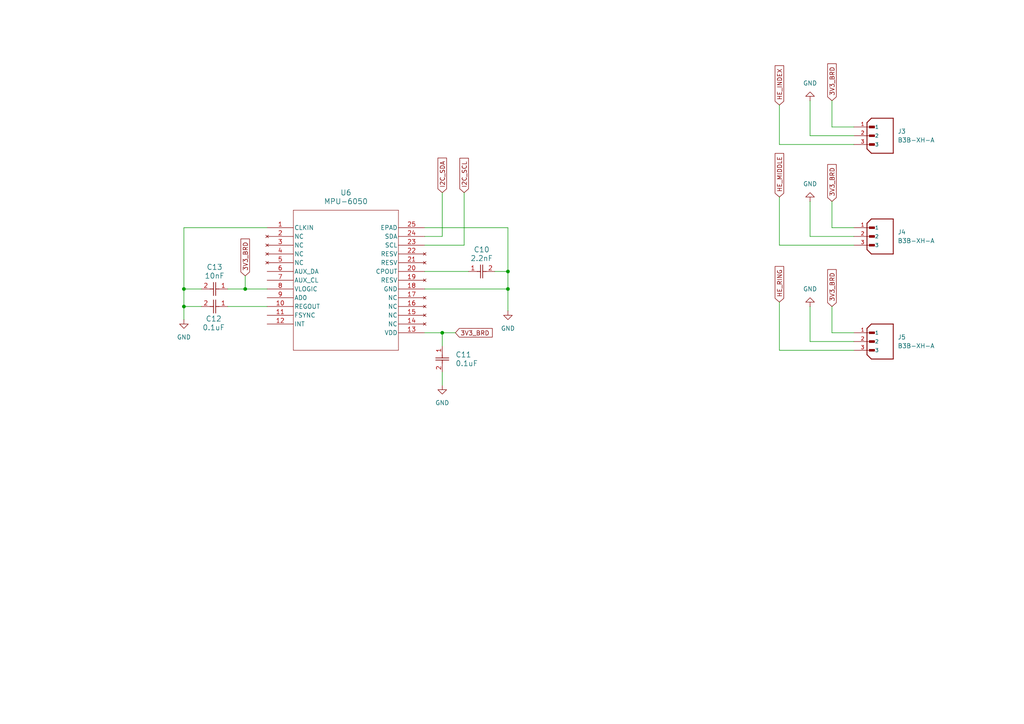
<source format=kicad_sch>
(kicad_sch (version 20231120) (generator "eeschema") (generator_version "8.0")
  (paper "A4")
  (lib_symbols
    (symbol "Symbol_Library:0402Cap" (pin_names (offset 0.254))
      (property "Reference" "C" (at 3.81 3.81 0))
      (property "Value" "GRM155R71C104KA88J" (at 3.81 -3.81 0))
      (symbol "0402Cap_1_1"
        (polyline (pts (xy 2.54 0) (xy 3.4798 0)) (stroke (width 0.2032)))
        (polyline (pts (xy 3.4798 -1.905) (xy 3.4798 1.905)) (stroke (width 0.2032)))
        (polyline (pts (xy 4.1148 -1.905) (xy 4.1148 1.905)) (stroke (width 0.2032)))
        (polyline (pts (xy 4.1148 0) (xy 5.08 0)) (stroke (width 0.2032)))
        (pin unspecified line (at 0 0 0) (length 2.54) (name "") (number "1"))
        (pin unspecified line (at 7.62 0 180) (length 2.54) (name "") (number "2"))
      )
      (symbol "0402Cap_1_2"
        (polyline (pts (xy -1.905 -4.1148) (xy 1.905 -4.1148)) (stroke (width 0.2032)))
        (polyline (pts (xy -1.905 -3.4798) (xy 1.905 -3.4798)) (stroke (width 0.2032)))
        (polyline (pts (xy 0 -4.1148) (xy 0 -5.08)) (stroke (width 0.2032)))
        (polyline (pts (xy 0 -2.54) (xy 0 -3.4798)) (stroke (width 0.2032)))
        (pin unspecified line (at 0 0 270) (length 2.54) (name "") (number "1"))
        (pin unspecified line (at 0 -7.62 90) (length 2.54) (name "") (number "2"))
      )
    )
    (symbol "Symbol_Library:B3B-XH-A" (pin_names (offset 1.016))
      (property "Reference" "J" (at -2.54 6.35 0))
      (property "Value" "B3B-XH-A" (at -2.54 -7.62 0))
      (symbol "B3B-XH-A_0_0"
        (rectangle (start -3.175 -2.8575) (end -1.5875 -2.2225) (stroke (width 0.1)) (fill (type outline)))
        (rectangle (start -3.175 -0.3175) (end -1.5875 0.3175) (stroke (width 0.1)) (fill (type outline)))
        (rectangle (start -3.175 2.2225) (end -1.5875 2.8575) (stroke (width 0.1)) (fill (type outline)))
        (polyline (pts (xy -3.81 -3.81) (xy -2.54 -5.08)) (stroke (width 0.254)))
        (polyline (pts (xy -3.81 3.81) (xy -3.81 -3.81)) (stroke (width 0.254)))
        (polyline (pts (xy -3.81 3.81) (xy -2.54 5.08)) (stroke (width 0.254)))
        (polyline (pts (xy -2.54 -5.08) (xy 3.81 -5.08)) (stroke (width 0.254)))
        (polyline (pts (xy 3.81 -5.08) (xy 3.81 5.08)) (stroke (width 0.254)))
        (polyline (pts (xy 3.81 5.08) (xy -2.54 5.08)) (stroke (width 0.254)))
        (pin passive line (at -7.62 2.54 0) (length 5.08) (name "1") (number "1"))
        (pin passive line (at -7.62 0 0) (length 5.08) (name "2") (number "2"))
        (pin passive line (at -7.62 -2.54 0) (length 5.08) (name "3") (number "3"))
      )
    )
    (symbol "Symbol_Library:MPU-6050" (pin_names (offset 0.254))
      (property "Reference" "U" (at 22.86 10.16 0))
      (property "Value" "MPU-6050" (at 22.86 7.62 0))
      (symbol "MPU-6050_0_1"
        (polyline (pts (xy 7.62 -35.56) (xy 38.1 -35.56)) (stroke (width 0.127)))
        (polyline (pts (xy 7.62 5.08) (xy 7.62 -35.56)) (stroke (width 0.127)))
        (polyline (pts (xy 38.1 -35.56) (xy 38.1 5.08)) (stroke (width 0.127)))
        (polyline (pts (xy 38.1 5.08) (xy 7.62 5.08)) (stroke (width 0.127)))
        (pin input line (at 0 0 0) (length 7.62) (name "CLKIN") (number "1"))
        (pin output line (at 0 -22.86 0) (length 7.62) (name "REGOUT") (number "10"))
        (pin unspecified line (at 0 -25.4 0) (length 7.62) (name "FSYNC") (number "11"))
        (pin output line (at 0 -27.94 0) (length 7.62) (name "INT") (number "12"))
        (pin power_in line (at 45.72 -30.48 180) (length 7.62) (name "VDD") (number "13"))
        (pin no_connect line (at 45.72 -27.94 180) (length 7.62) (name "NC") (number "14"))
        (pin no_connect line (at 45.72 -25.4 180) (length 7.62) (name "NC") (number "15"))
        (pin no_connect line (at 45.72 -22.86 180) (length 7.62) (name "NC") (number "16"))
        (pin no_connect line (at 45.72 -20.32 180) (length 7.62) (name "NC") (number "17"))
        (pin power_out line (at 45.72 -17.78 180) (length 7.62) (name "GND") (number "18"))
        (pin no_connect line (at 45.72 -15.24 180) (length 7.62) (name "RESV") (number "19"))
        (pin no_connect line (at 0 -2.54 0) (length 7.62) (name "NC") (number "2"))
        (pin output line (at 45.72 -12.7 180) (length 7.62) (name "CPOUT") (number "20"))
        (pin no_connect line (at 45.72 -10.16 180) (length 7.62) (name "RESV") (number "21"))
        (pin no_connect line (at 45.72 -7.62 180) (length 7.62) (name "RESV") (number "22"))
        (pin unspecified line (at 45.72 -5.08 180) (length 7.62) (name "SCL") (number "23"))
        (pin unspecified line (at 45.72 -2.54 180) (length 7.62) (name "SDA") (number "24"))
        (pin unspecified line (at 45.72 0 180) (length 7.62) (name "EPAD") (number "25"))
        (pin no_connect line (at 0 -5.08 0) (length 7.62) (name "NC") (number "3"))
        (pin no_connect line (at 0 -7.62 0) (length 7.62) (name "NC") (number "4"))
        (pin no_connect line (at 0 -10.16 0) (length 7.62) (name "NC") (number "5"))
        (pin unspecified line (at 0 -12.7 0) (length 7.62) (name "AUX_DA") (number "6"))
        (pin unspecified line (at 0 -15.24 0) (length 7.62) (name "AUX_CL") (number "7"))
        (pin power_in line (at 0 -17.78 0) (length 7.62) (name "VLOGIC") (number "8"))
        (pin bidirectional line (at 0 -20.32 0) (length 7.62) (name "AD0") (number "9"))
      )
    )
    (symbol "power:GND" (power) (pin_numbers hide) (pin_names (offset 0) hide)
      (property "Value" "GND" (at 0 -3.81 0))
      (symbol "GND_0_1"
        (polyline (pts (xy 0 0) (xy 0 -1.27) (xy 1.27 -1.27) (xy 0 -2.54) (xy -1.27 -1.27) (xy 0 -1.27)))
      )
      (symbol "GND_1_1"
        (pin power_in line (at 0 0 270) (length 0) (name "~") (number "1"))
      )
    )
  )
  (junction (at 53.34 83.82))
  (junction (at 147.32 78.74))
  (junction (at 128.27 96.52))
  (junction (at 53.34 88.9))
  (junction (at 71.12 83.82))
  (junction (at 147.32 83.82))
  (wire (pts (xy 241.3 88.9) (xy 241.3 96.52)))
  (wire (pts (xy 128.27 96.52) (xy 132.08 96.52)))
  (wire (pts (xy 123.19 78.74) (xy 135.89 78.74)))
  (wire (pts (xy 134.62 55.88) (xy 134.62 71.12)))
  (wire (pts (xy 247.65 96.52) (xy 241.3 96.52)))
  (wire (pts (xy 226.06 87.63) (xy 226.06 101.6)))
  (wire (pts (xy 247.65 71.12) (xy 226.06 71.12)))
  (wire (pts (xy 53.34 83.82) (xy 53.34 88.9)))
  (wire (pts (xy 234.95 68.58) (xy 234.95 58.42)))
  (wire (pts (xy 66.04 88.9) (xy 77.47 88.9)))
  (wire (pts (xy 123.19 68.58) (xy 128.27 68.58)))
  (wire (pts (xy 234.95 99.06) (xy 234.95 88.9)))
  (wire (pts (xy 247.65 99.06) (xy 234.95 99.06)))
  (wire (pts (xy 66.04 83.82) (xy 71.12 83.82)))
  (wire (pts (xy 226.06 57.15) (xy 226.06 71.12)))
  (wire (pts (xy 77.47 66.04) (xy 53.34 66.04)))
  (wire (pts (xy 247.65 101.6) (xy 226.06 101.6)))
  (wire (pts (xy 128.27 107.95) (xy 128.27 111.76)))
  (wire (pts (xy 241.3 58.42) (xy 241.3 66.04)))
  (wire (pts (xy 128.27 96.52) (xy 128.27 100.33)))
  (wire (pts (xy 247.65 66.04) (xy 241.3 66.04)))
  (wire (pts (xy 71.12 83.82) (xy 77.47 83.82)))
  (wire (pts (xy 247.65 68.58) (xy 234.95 68.58)))
  (wire (pts (xy 123.19 71.12) (xy 134.62 71.12)))
  (wire (pts (xy 234.95 39.37) (xy 234.95 29.21)))
  (wire (pts (xy 247.65 39.37) (xy 234.95 39.37)))
  (wire (pts (xy 123.19 66.04) (xy 147.32 66.04)))
  (wire (pts (xy 128.27 55.88) (xy 128.27 68.58)))
  (wire (pts (xy 247.65 36.83) (xy 241.3 36.83)))
  (wire (pts (xy 226.06 30.48) (xy 226.06 41.91)))
  (wire (pts (xy 123.19 96.52) (xy 128.27 96.52)))
  (wire (pts (xy 58.42 83.82) (xy 53.34 83.82)))
  (wire (pts (xy 147.32 66.04) (xy 147.32 78.74)))
  (wire (pts (xy 147.32 90.17) (xy 147.32 83.82)))
  (wire (pts (xy 53.34 66.04) (xy 53.34 83.82)))
  (wire (pts (xy 53.34 88.9) (xy 58.42 88.9)))
  (wire (pts (xy 247.65 41.91) (xy 226.06 41.91)))
  (wire (pts (xy 147.32 78.74) (xy 143.51 78.74)))
  (wire (pts (xy 53.34 88.9) (xy 53.34 92.71)))
  (wire (pts (xy 71.12 80.01) (xy 71.12 83.82)))
  (wire (pts (xy 147.32 83.82) (xy 147.32 78.74)))
  (wire (pts (xy 241.3 29.21) (xy 241.3 36.83)))
  (wire (pts (xy 123.19 83.82) (xy 147.32 83.82)))
  (global_label "HE_INDEX" (shape input) (at 226.06 30.48 90) (property "Intersheetrefs" "${INTERSHEET_REFS}" (effects (hide yes))))
  (global_label "3V3_BRD" (shape input) (at 241.3 88.9 90) (property "Intersheetrefs" "${INTERSHEET_REFS}" (effects (hide yes))))
  (global_label "3V3_BRD" (shape input) (at 241.3 29.21 90) (property "Intersheetrefs" "${INTERSHEET_REFS}" (effects (hide yes))))
  (global_label "HE_RING" (shape input) (at 226.06 87.63 90) (property "Intersheetrefs" "${INTERSHEET_REFS}" (effects (hide yes))))
  (global_label "3V3_BRD" (shape input) (at 71.12 80.01 90) (property "Intersheetrefs" "${INTERSHEET_REFS}" (effects (hide yes))))
  (global_label "I2C_SDA" (shape input) (at 128.27 55.88 90) (property "Intersheetrefs" "${INTERSHEET_REFS}" (effects (hide yes))))
  (global_label "3V3_BRD" (shape input) (at 132.08 96.52 0) (property "Intersheetrefs" "${INTERSHEET_REFS}" (effects (hide yes))))
  (global_label "HE_MIDDLE" (shape input) (at 226.06 57.15 90) (property "Intersheetrefs" "${INTERSHEET_REFS}" (effects (hide yes))))
  (global_label "I2C_SCL" (shape input) (at 134.62 55.88 90) (property "Intersheetrefs" "${INTERSHEET_REFS}" (effects (hide yes))))
  (global_label "3V3_BRD" (shape input) (at 241.3 58.42 90) (property "Intersheetrefs" "${INTERSHEET_REFS}" (effects (hide yes))))
  (symbol (lib_id "Symbol_Library:B3B-XH-A") (at 255.27 99.06 0) (unit 1)
    (property "Reference" "J5" (at 260.35 97.7899 0) (effects (justify left)))
    (property "Value" "B3B-XH-A" (at 260.35 100.3299 0) (effects (justify left)))
    (property "Footprint" "Library:JST_B3B-XH-A" (effects (hide yes)))
    (property "PARTREV" "7/4/21" (effects (hide yes)))
    (property "STANDARD" "Manufacturer Recommendations" (effects (hide yes)))
    (property "MAXIMUM_PACKAGE_HEIGHT" "7.00 mm" (effects (hide yes)))
    (property "MANUFACTURER" "JST Sales America Inc." (effects (hide yes)))
  )
  (symbol (lib_id "power:GND") (at 53.34 92.71 0) (unit 1)
    (property "Reference" "#PWR021" (effects (hide yes)))
    (property "Value" "GND" (at 53.34 97.79 0))
    (property "Description" "Power symbol creates a global label with name \"GND\" , ground" (effects (hide yes)))
  )
  (symbol (lib_id "power:GND") (at 147.32 90.17 0) (unit 1)
    (property "Reference" "#PWR022" (effects (hide yes)))
    (property "Value" "GND" (at 147.32 95.25 0))
    (property "Description" "Power symbol creates a global label with name \"GND\" , ground" (effects (hide yes)))
  )
  (symbol (lib_id "Symbol_Library:0402Cap") (at 66.04 88.9 180) (unit 1)
    (property "Reference" "C12" (at 61.976 92.456 0) (effects (font (size 1.524 1.524))))
    (property "Value" "0.1uF" (at 61.976 94.996 0) (effects (font (size 1.524 1.524))))
    (property "Footprint" "Library:G-155_MUR-L" (effects (hide yes)))
    (property "Datasheet" "GRM155R71C104KA88J" (effects (hide yes)))
  )
  (symbol (lib_id "power:GND") (at 234.95 88.9 180) (unit 1)
    (property "Reference" "#PWR019" (effects (hide yes)))
    (property "Value" "GND" (at 234.95 83.82 0))
    (property "Description" "Power symbol creates a global label with name \"GND\" , ground" (effects (hide yes)))
  )
  (symbol (lib_id "power:GND") (at 128.27 111.76 0) (unit 1)
    (property "Reference" "#PWR020" (effects (hide yes)))
    (property "Value" "GND" (at 128.27 116.84 0))
    (property "Description" "Power symbol creates a global label with name \"GND\" , ground" (effects (hide yes)))
  )
  (symbol (lib_id "power:GND") (at 234.95 58.42 180) (unit 1)
    (property "Reference" "#PWR018" (effects (hide yes)))
    (property "Value" "GND" (at 234.95 53.34 0))
    (property "Description" "Power symbol creates a global label with name \"GND\" , ground" (effects (hide yes)))
  )
  (symbol (lib_id "Symbol_Library:B3B-XH-A") (at 255.27 39.37 0) (unit 1)
    (property "Reference" "J3" (at 260.35 38.0999 0) (effects (justify left)))
    (property "Value" "B3B-XH-A" (at 260.35 40.6399 0) (effects (justify left)))
    (property "Footprint" "Library:JST_B3B-XH-A" (effects (hide yes)))
    (property "PARTREV" "7/4/21" (effects (hide yes)))
    (property "STANDARD" "Manufacturer Recommendations" (effects (hide yes)))
    (property "MAXIMUM_PACKAGE_HEIGHT" "7.00 mm" (effects (hide yes)))
    (property "MANUFACTURER" "JST Sales America Inc." (effects (hide yes)))
  )
  (symbol (lib_id "Symbol_Library:0402Cap") (at 135.89 78.74 0) (unit 1)
    (property "Reference" "C10" (at 139.7 72.39 0) (effects (font (size 1.524 1.524))))
    (property "Value" "2.2nF" (at 139.7 74.93 0) (effects (font (size 1.524 1.524))))
    (property "Footprint" "Library:G-155_MUR-L" (effects (hide yes)))
    (property "Datasheet" "GRM155R71C104KA88J" (effects (hide yes)))
  )
  (symbol (lib_id "Symbol_Library:MPU-6050") (at 77.47 66.04 0) (unit 1)
    (property "Reference" "U6" (at 100.33 55.88 0) (effects (font (size 1.524 1.524))))
    (property "Value" "MPU-6050" (at 100.33 58.42 0) (effects (font (size 1.524 1.524))))
    (property "Footprint" "Library:QFN24_4X4X0P9-0P5_TDK-L" (effects (hide yes)))
    (property "Datasheet" "MPU-6050" (effects (hide yes)))
  )
  (symbol (lib_id "Symbol_Library:B3B-XH-A") (at 255.27 68.58 0) (unit 1)
    (property "Reference" "J4" (at 260.35 67.3099 0) (effects (justify left)))
    (property "Value" "B3B-XH-A" (at 260.35 69.8499 0) (effects (justify left)))
    (property "Footprint" "Library:JST_B3B-XH-A" (effects (hide yes)))
    (property "PARTREV" "7/4/21" (effects (hide yes)))
    (property "STANDARD" "Manufacturer Recommendations" (effects (hide yes)))
    (property "MAXIMUM_PACKAGE_HEIGHT" "7.00 mm" (effects (hide yes)))
    (property "MANUFACTURER" "JST Sales America Inc." (effects (hide yes)))
  )
  (symbol (lib_id "power:GND") (at 234.95 29.21 180) (unit 1)
    (property "Reference" "#PWR017" (effects (hide yes)))
    (property "Value" "GND" (at 234.95 24.13 0))
    (property "Description" "Power symbol creates a global label with name \"GND\" , ground" (effects (hide yes)))
  )
  (symbol (lib_id "Symbol_Library:0402Cap") (at 128.27 100.33 270) (unit 1)
    (property "Reference" "C11" (at 132.08 102.8699 90) (effects (font (size 1.524 1.524)) (justify left)))
    (property "Value" "0.1uF" (at 132.08 105.4099 90) (effects (font (size 1.524 1.524)) (justify left)))
    (property "Footprint" "Library:G-155_MUR-L" (effects (hide yes)))
    (property "Datasheet" "GRM155R71C104KA88J" (effects (hide yes)))
  )
  (symbol (lib_id "Symbol_Library:0402Cap") (at 66.04 83.82 180) (unit 1)
    (property "Reference" "C13" (at 62.23 77.47 0) (effects (font (size 1.524 1.524))))
    (property "Value" "10nF" (at 62.23 80.01 0) (effects (font (size 1.524 1.524))))
    (property "Footprint" "Library:G-155_MUR-L" (effects (hide yes)))
    (property "Datasheet" "GRM155R71C104KA88J" (effects (hide yes)))
  )
)
</source>
